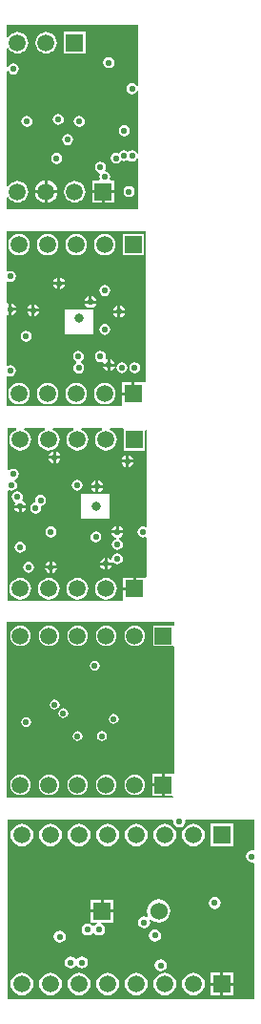
<source format=gbr>
%TF.GenerationSoftware,Altium Limited,Altium Designer,22.6.1 (34)*%
G04 Layer_Physical_Order=2*
G04 Layer_Color=36540*
%FSLAX45Y45*%
%MOMM*%
%TF.SameCoordinates,41C29604-6FBD-4392-AD62-CF0DA8D1722B*%
%TF.FilePolarity,Positive*%
%TF.FileFunction,Copper,L2,Inr,Signal*%
%TF.Part,CustomerPanel*%
G01*
G75*
%TA.AperFunction,ComponentPad*%
%ADD25R,1.50000X1.50000*%
%ADD26C,1.50000*%
%ADD27C,0.80000*%
%TA.AperFunction,ViaPad*%
%ADD28C,0.55880*%
%ADD29C,0.63500*%
%TA.AperFunction,ComponentPad*%
%ADD30C,1.52400*%
%ADD31R,1.52400X1.52400*%
G36*
X1035886Y7958241D02*
X1024139Y7955040D01*
X1023186Y7955230D01*
X1012853Y7970693D01*
X996890Y7981360D01*
X978060Y7985105D01*
X959230Y7981360D01*
X943267Y7970693D01*
X932600Y7954730D01*
X928855Y7935900D01*
X932600Y7917070D01*
X943267Y7901107D01*
X959230Y7890440D01*
X978060Y7886695D01*
X996890Y7890440D01*
X1012853Y7901107D01*
X1023186Y7916570D01*
X1024139Y7916760D01*
X1035886Y7913559D01*
Y7362173D01*
X1024139Y7358972D01*
X1023186Y7359162D01*
X1012853Y7374625D01*
X996890Y7385292D01*
X978060Y7389037D01*
X959230Y7385292D01*
X943267Y7374625D01*
X932494Y7381363D01*
X925772Y7385855D01*
X906942Y7389600D01*
X888112Y7385855D01*
X872149Y7375188D01*
X862689Y7361031D01*
X856345Y7365270D01*
X837515Y7369015D01*
X818685Y7365270D01*
X802722Y7354604D01*
X792055Y7338640D01*
X788310Y7319810D01*
X792055Y7300980D01*
X802722Y7285017D01*
X818685Y7274350D01*
X837515Y7270605D01*
X856345Y7274350D01*
X872309Y7285017D01*
X881768Y7299174D01*
X888112Y7294935D01*
X906942Y7291190D01*
X925772Y7294935D01*
X931974Y7299079D01*
X943267Y7305038D01*
X959230Y7294372D01*
X978060Y7290627D01*
X996890Y7294372D01*
X1012853Y7305038D01*
X1023186Y7320502D01*
X1024139Y7320691D01*
X1035886Y7317491D01*
Y6863514D01*
X-134186D01*
Y6972802D01*
X-121486Y6975329D01*
X-121362Y6975029D01*
X-106083Y6955117D01*
X-86171Y6939838D01*
X-62983Y6930234D01*
X-38100Y6926958D01*
X-13217Y6930234D01*
X9971Y6939838D01*
X29883Y6955117D01*
X45162Y6975029D01*
X54766Y6998217D01*
X58042Y7023100D01*
X54766Y7047983D01*
X45162Y7071171D01*
X29883Y7091083D01*
X9971Y7106362D01*
X-13217Y7115966D01*
X-38100Y7119242D01*
X-62983Y7115966D01*
X-86171Y7106362D01*
X-106083Y7091083D01*
X-121362Y7071171D01*
X-121486Y7070871D01*
X-134186Y7073398D01*
Y8089496D01*
X-121660Y8091622D01*
X-110993Y8075659D01*
X-95030Y8064992D01*
X-76200Y8061247D01*
X-57370Y8064992D01*
X-41407Y8075659D01*
X-30740Y8091622D01*
X-26995Y8110452D01*
X-30740Y8129282D01*
X-41407Y8145246D01*
X-57370Y8155912D01*
X-76200Y8159658D01*
X-95030Y8155912D01*
X-110993Y8145246D01*
X-121660Y8129282D01*
X-134186Y8131408D01*
Y8293602D01*
X-121486Y8296129D01*
X-121362Y8295829D01*
X-106083Y8275917D01*
X-86171Y8260638D01*
X-62983Y8251034D01*
X-38100Y8247758D01*
X-13217Y8251034D01*
X9971Y8260638D01*
X29883Y8275917D01*
X45162Y8295829D01*
X54766Y8319017D01*
X58042Y8343900D01*
X54766Y8368783D01*
X45162Y8391971D01*
X29883Y8411883D01*
X9971Y8427162D01*
X-13217Y8436766D01*
X-38100Y8440042D01*
X-62983Y8436766D01*
X-86171Y8427162D01*
X-106083Y8411883D01*
X-121362Y8391971D01*
X-121486Y8391671D01*
X-134186Y8394198D01*
Y8503486D01*
X1035886D01*
Y7958241D01*
D02*
G37*
G36*
X1099386Y5342026D02*
X1091000Y5332800D01*
X1086686Y5332800D01*
X1003300D01*
Y5232400D01*
X990600D01*
Y5219700D01*
X890200D01*
Y5136314D01*
X890200Y5132000D01*
X880974Y5123614D01*
X-134186D01*
Y5384690D01*
X-122985Y5390677D01*
X-120430Y5388970D01*
X-101600Y5385224D01*
X-82770Y5388970D01*
X-66807Y5399636D01*
X-56140Y5415600D01*
X-52395Y5434430D01*
X-56140Y5453260D01*
X-66807Y5469223D01*
X-82770Y5479889D01*
X-101600Y5483635D01*
X-120430Y5479889D01*
X-122985Y5478182D01*
X-134186Y5484169D01*
Y5923141D01*
X-121486Y5929832D01*
X-115645Y5928671D01*
Y5980530D01*
Y6032388D01*
X-121486Y6031227D01*
X-134186Y6037918D01*
Y6220865D01*
X-122985Y6226852D01*
X-120430Y6225145D01*
X-101600Y6221399D01*
X-82770Y6225145D01*
X-66807Y6235811D01*
X-56140Y6251775D01*
X-52395Y6270605D01*
X-56140Y6289435D01*
X-66807Y6305398D01*
X-82770Y6316065D01*
X-101600Y6319810D01*
X-120430Y6316065D01*
X-122985Y6314357D01*
X-134186Y6320344D01*
Y6674686D01*
X1099386D01*
Y5342026D01*
D02*
G37*
G36*
X905318Y4918658D02*
X905318Y4912239D01*
Y4728019D01*
X1095958D01*
Y4905031D01*
X1108375Y4912497D01*
X1108658Y4912503D01*
X1109424Y4912077D01*
Y4057104D01*
X1098223Y4051117D01*
X1095668Y4052824D01*
X1076838Y4056570D01*
X1058008Y4052824D01*
X1042045Y4042158D01*
X1031378Y4026194D01*
X1027633Y4007364D01*
X1031378Y3988534D01*
X1042045Y3972571D01*
X1058008Y3961904D01*
X1076838Y3958159D01*
X1095668Y3961904D01*
X1098223Y3963612D01*
X1109424Y3957625D01*
Y3612165D01*
X1101038Y3602939D01*
X1096724Y3602939D01*
X1013338D01*
Y3502539D01*
X1000638D01*
Y3489839D01*
X900238D01*
Y3406453D01*
X900238Y3402139D01*
X891012Y3393753D01*
X-124148D01*
Y4369701D01*
X-112947Y4375687D01*
X-110392Y4373980D01*
X-91562Y4370235D01*
X-72732Y4373980D01*
X-56769Y4384647D01*
X-46103Y4400610D01*
X-42357Y4419440D01*
X-46103Y4438270D01*
X-56769Y4454234D01*
X-64016Y4459076D01*
X-61334Y4472558D01*
X-59229Y4472977D01*
X-43266Y4483644D01*
X-32599Y4499607D01*
X-28854Y4518437D01*
X-32599Y4537267D01*
X-43266Y4553231D01*
X-59229Y4563897D01*
X-78059Y4567643D01*
X-96889Y4563897D01*
X-111448Y4554169D01*
X-117685Y4555779D01*
X-124148Y4559186D01*
Y4924939D01*
X-52347D01*
X-49821Y4912239D01*
X-63433Y4906601D01*
X-83345Y4891322D01*
X-98624Y4871410D01*
X-108228Y4848222D01*
X-111504Y4823339D01*
X-108228Y4798455D01*
X-98624Y4775268D01*
X-83345Y4755356D01*
X-63433Y4740077D01*
X-40245Y4730473D01*
X-15362Y4727197D01*
X9521Y4730473D01*
X32709Y4740077D01*
X52621Y4755356D01*
X67900Y4775268D01*
X77504Y4798455D01*
X80780Y4823339D01*
X77504Y4848222D01*
X67900Y4871410D01*
X52621Y4891322D01*
X32709Y4906601D01*
X19097Y4912239D01*
X21623Y4924939D01*
X201653D01*
X204179Y4912239D01*
X190567Y4906601D01*
X170655Y4891322D01*
X155376Y4871410D01*
X145772Y4848222D01*
X142496Y4823339D01*
X145772Y4798455D01*
X155376Y4775268D01*
X170655Y4755356D01*
X190567Y4740077D01*
X213755Y4730473D01*
X238638Y4727197D01*
X255518Y4729419D01*
X263521Y4730472D01*
X267745Y4719237D01*
X260600Y4714462D01*
X250103Y4707448D01*
X238313Y4689804D01*
X236700Y4681692D01*
X275858D01*
Y4720851D01*
X271282Y4719941D01*
X267578Y4732153D01*
X275102Y4735270D01*
X286709Y4740077D01*
X306621Y4755356D01*
X321900Y4775268D01*
X331504Y4798455D01*
X334780Y4823339D01*
X331504Y4848222D01*
X321900Y4871410D01*
X306621Y4891322D01*
X286709Y4906601D01*
X273097Y4912239D01*
X275623Y4924939D01*
X455653D01*
X458179Y4912239D01*
X444567Y4906601D01*
X424655Y4891322D01*
X409376Y4871410D01*
X399772Y4848222D01*
X396496Y4823339D01*
X399772Y4798455D01*
X409376Y4775268D01*
X424655Y4755356D01*
X444567Y4740077D01*
X467755Y4730473D01*
X492638Y4727197D01*
X517521Y4730473D01*
X540709Y4740077D01*
X560621Y4755356D01*
X575900Y4775268D01*
X585504Y4798455D01*
X588780Y4823339D01*
X585504Y4848222D01*
X575900Y4871410D01*
X560621Y4891322D01*
X540709Y4906601D01*
X527097Y4912239D01*
X529623Y4924939D01*
X709653D01*
X712179Y4912239D01*
X698567Y4906601D01*
X678655Y4891322D01*
X663376Y4871410D01*
X653772Y4848222D01*
X650496Y4823339D01*
X653772Y4798455D01*
X663376Y4775268D01*
X678655Y4755356D01*
X698567Y4740077D01*
X721755Y4730473D01*
X746638Y4727197D01*
X771521Y4730473D01*
X794709Y4740077D01*
X814621Y4755356D01*
X829900Y4775268D01*
X839504Y4798455D01*
X842780Y4823339D01*
X839504Y4848222D01*
X829900Y4871410D01*
X814621Y4891322D01*
X794709Y4906601D01*
X781097Y4912239D01*
X783623Y4924939D01*
X895219D01*
X905318Y4918658D01*
D02*
G37*
G36*
X1358565Y3180382D02*
X1347540Y3176340D01*
X1345865Y3176340D01*
X1167060D01*
Y2995860D01*
X1345865D01*
X1347540Y2995860D01*
X1358565Y2991818D01*
Y1878041D01*
X1357700Y1865700D01*
X1345865Y1865700D01*
X1270000D01*
Y1765300D01*
Y1664900D01*
X1341292Y1664900D01*
X1346861Y1652200D01*
X1346064Y1651335D01*
X-139365D01*
Y3212765D01*
X1358565Y3212765D01*
Y3180382D01*
D02*
G37*
G36*
X2069353Y1192091D02*
X2056653Y1182308D01*
X2044700Y1184686D01*
X2023888Y1180546D01*
X2006244Y1168757D01*
X1994455Y1151113D01*
X1990315Y1130301D01*
X1994455Y1109489D01*
X2006244Y1091845D01*
X2023888Y1080056D01*
X2044700Y1075916D01*
X2056653Y1078294D01*
X2069353Y1068511D01*
Y-138952D01*
X-126253Y-138953D01*
Y1459754D01*
X1338021Y1459755D01*
X1346078Y1449937D01*
X1344643Y1442721D01*
X1348783Y1421909D01*
X1360572Y1404265D01*
X1378216Y1392475D01*
X1399028Y1388336D01*
X1419840Y1392475D01*
X1437484Y1404265D01*
X1449273Y1421909D01*
X1453413Y1442721D01*
X1451978Y1449937D01*
X1460034Y1459755D01*
X2069353D01*
Y1192091D01*
D02*
G37*
%LPC*%
G36*
X565220Y8439220D02*
X374580D01*
Y8248580D01*
X565220D01*
Y8439220D01*
D02*
G37*
G36*
X215900Y8440042D02*
X191017Y8436766D01*
X167829Y8427162D01*
X147917Y8411883D01*
X132638Y8391971D01*
X123034Y8368783D01*
X119758Y8343900D01*
X123034Y8319017D01*
X132638Y8295829D01*
X147917Y8275917D01*
X167829Y8260638D01*
X191017Y8251034D01*
X215900Y8247758D01*
X240783Y8251034D01*
X263971Y8260638D01*
X283883Y8275917D01*
X299162Y8295829D01*
X308766Y8319017D01*
X312042Y8343900D01*
X308766Y8368783D01*
X299162Y8391971D01*
X283883Y8411883D01*
X263971Y8427162D01*
X240783Y8436766D01*
X215900Y8440042D01*
D02*
G37*
G36*
X773100Y8215305D02*
X754270Y8211560D01*
X738307Y8200893D01*
X727640Y8184930D01*
X723895Y8166100D01*
X727640Y8147270D01*
X738307Y8131307D01*
X754270Y8120640D01*
X773100Y8116895D01*
X791930Y8120640D01*
X807893Y8131307D01*
X818560Y8147270D01*
X822305Y8166100D01*
X818560Y8184930D01*
X807893Y8200893D01*
X791930Y8211560D01*
X773100Y8215305D01*
D02*
G37*
G36*
X323060Y7712505D02*
X304230Y7708760D01*
X288267Y7698093D01*
X277600Y7682130D01*
X273855Y7663300D01*
X277600Y7644470D01*
X288267Y7628506D01*
X304230Y7617840D01*
X323060Y7614095D01*
X341890Y7617840D01*
X357853Y7628506D01*
X368520Y7644470D01*
X372265Y7663300D01*
X368520Y7682130D01*
X357853Y7698093D01*
X341890Y7708760D01*
X323060Y7712505D01*
D02*
G37*
G36*
X510540Y7694505D02*
X491710Y7690760D01*
X475747Y7680093D01*
X465080Y7664130D01*
X461335Y7645300D01*
X465080Y7626470D01*
X475747Y7610506D01*
X491710Y7599840D01*
X510540Y7596095D01*
X529370Y7599840D01*
X545333Y7610506D01*
X556000Y7626470D01*
X559745Y7645300D01*
X556000Y7664130D01*
X545333Y7680093D01*
X529370Y7690760D01*
X510540Y7694505D01*
D02*
G37*
G36*
X44700D02*
X25870Y7690760D01*
X9907Y7680093D01*
X-760Y7664130D01*
X-4505Y7645300D01*
X-760Y7626470D01*
X9907Y7610506D01*
X25870Y7599840D01*
X44700Y7596095D01*
X63530Y7599840D01*
X79494Y7610506D01*
X90160Y7626470D01*
X93906Y7645300D01*
X90160Y7664130D01*
X79494Y7680093D01*
X63530Y7690760D01*
X44700Y7694505D01*
D02*
G37*
G36*
X909292Y7612195D02*
X890462Y7608450D01*
X874498Y7597783D01*
X863832Y7581820D01*
X860086Y7562990D01*
X863832Y7544160D01*
X874498Y7528197D01*
X890462Y7517530D01*
X909292Y7513785D01*
X928122Y7517530D01*
X944085Y7528197D01*
X954751Y7544160D01*
X958497Y7562990D01*
X954751Y7581820D01*
X944085Y7597783D01*
X928122Y7608450D01*
X909292Y7612195D01*
D02*
G37*
G36*
X405896Y7532877D02*
X387066Y7529132D01*
X371102Y7518466D01*
X360436Y7502502D01*
X356690Y7483672D01*
X360436Y7464842D01*
X371102Y7448879D01*
X387066Y7438212D01*
X405896Y7434467D01*
X424726Y7438212D01*
X440689Y7448879D01*
X451355Y7464842D01*
X455101Y7483672D01*
X451355Y7502502D01*
X440689Y7518466D01*
X424726Y7529132D01*
X405896Y7532877D01*
D02*
G37*
G36*
X308880Y7367316D02*
X290050Y7363570D01*
X274086Y7352904D01*
X263420Y7336940D01*
X259674Y7318110D01*
X263420Y7299280D01*
X274086Y7283317D01*
X290050Y7272650D01*
X308880Y7268905D01*
X327710Y7272650D01*
X343673Y7283317D01*
X354340Y7299280D01*
X358085Y7318110D01*
X354340Y7336940D01*
X343673Y7352904D01*
X327710Y7363570D01*
X308880Y7367316D01*
D02*
G37*
G36*
X228600Y7122694D02*
Y7035800D01*
X315494D01*
X313716Y7049310D01*
X303599Y7073733D01*
X287506Y7094706D01*
X266533Y7110799D01*
X242110Y7120916D01*
X228600Y7122694D01*
D02*
G37*
G36*
X203200D02*
X189690Y7120916D01*
X165267Y7110799D01*
X144294Y7094706D01*
X128201Y7073733D01*
X118084Y7049310D01*
X116306Y7035800D01*
X203200D01*
Y7122694D01*
D02*
G37*
G36*
X698500Y7288205D02*
X679670Y7284460D01*
X663707Y7273793D01*
X653040Y7257830D01*
X649295Y7239000D01*
X653040Y7220170D01*
X663707Y7204207D01*
X679670Y7193540D01*
X689411Y7191603D01*
X695256Y7177491D01*
X691140Y7171331D01*
X687395Y7152501D01*
X690637Y7136200D01*
X683825Y7123500D01*
X623500D01*
Y7035800D01*
X723900D01*
X824300D01*
Y7123500D01*
X789375D01*
X782563Y7136200D01*
X785805Y7152501D01*
X782060Y7171331D01*
X771393Y7187295D01*
X755430Y7197961D01*
X745689Y7199899D01*
X739844Y7214010D01*
X743960Y7220170D01*
X747705Y7239000D01*
X743960Y7257830D01*
X733293Y7273793D01*
X717330Y7284460D01*
X698500Y7288205D01*
D02*
G37*
G36*
X952500Y7072305D02*
X933670Y7068560D01*
X917707Y7057893D01*
X907040Y7041930D01*
X903295Y7023100D01*
X907040Y7004270D01*
X917707Y6988307D01*
X933670Y6977640D01*
X952500Y6973895D01*
X971330Y6977640D01*
X987293Y6988307D01*
X997960Y7004270D01*
X1001705Y7023100D01*
X997960Y7041930D01*
X987293Y7057893D01*
X971330Y7068560D01*
X952500Y7072305D01*
D02*
G37*
G36*
X469900Y7119242D02*
X445017Y7115966D01*
X421829Y7106362D01*
X401917Y7091083D01*
X386638Y7071171D01*
X377034Y7047983D01*
X373758Y7023100D01*
X377034Y6998217D01*
X386638Y6975029D01*
X401917Y6955117D01*
X421829Y6939838D01*
X445017Y6930234D01*
X469900Y6926958D01*
X494783Y6930234D01*
X517971Y6939838D01*
X537883Y6955117D01*
X553162Y6975029D01*
X562766Y6998217D01*
X566042Y7023100D01*
X562766Y7047983D01*
X553162Y7071171D01*
X537883Y7091083D01*
X517971Y7106362D01*
X494783Y7115966D01*
X469900Y7119242D01*
D02*
G37*
G36*
X315494Y7010400D02*
X228600D01*
Y6923506D01*
X242110Y6925284D01*
X266533Y6935401D01*
X287506Y6951494D01*
X303599Y6972467D01*
X313716Y6996890D01*
X315494Y7010400D01*
D02*
G37*
G36*
X203200D02*
X116306D01*
X118084Y6996890D01*
X128201Y6972467D01*
X144294Y6951494D01*
X165267Y6935401D01*
X189690Y6925284D01*
X203200Y6923506D01*
Y7010400D01*
D02*
G37*
G36*
X824300D02*
X736600D01*
Y6922700D01*
X824300D01*
Y7010400D01*
D02*
G37*
G36*
X711200D02*
X623500D01*
Y6922700D01*
X711200D01*
Y7010400D01*
D02*
G37*
G36*
X1085920Y6648520D02*
X895280D01*
Y6457880D01*
X1085920D01*
Y6648520D01*
D02*
G37*
G36*
X736600Y6649342D02*
X711717Y6646066D01*
X688529Y6636462D01*
X668617Y6621183D01*
X653338Y6601271D01*
X643734Y6578083D01*
X640458Y6553200D01*
X643734Y6528317D01*
X653338Y6505129D01*
X668617Y6485217D01*
X688529Y6469938D01*
X711717Y6460334D01*
X736600Y6457058D01*
X761483Y6460334D01*
X784671Y6469938D01*
X804583Y6485217D01*
X819862Y6505129D01*
X829466Y6528317D01*
X832742Y6553200D01*
X829466Y6578083D01*
X819862Y6601271D01*
X804583Y6621183D01*
X784671Y6636462D01*
X761483Y6646066D01*
X736600Y6649342D01*
D02*
G37*
G36*
X482600D02*
X457717Y6646066D01*
X434529Y6636462D01*
X414617Y6621183D01*
X399338Y6601271D01*
X389734Y6578083D01*
X386458Y6553200D01*
X389734Y6528317D01*
X399338Y6505129D01*
X414617Y6485217D01*
X434529Y6469938D01*
X457717Y6460334D01*
X482600Y6457058D01*
X507483Y6460334D01*
X530671Y6469938D01*
X550583Y6485217D01*
X565862Y6505129D01*
X575466Y6528317D01*
X578742Y6553200D01*
X575466Y6578083D01*
X565862Y6601271D01*
X550583Y6621183D01*
X530671Y6636462D01*
X507483Y6646066D01*
X482600Y6649342D01*
D02*
G37*
G36*
X228600D02*
X203717Y6646066D01*
X180529Y6636462D01*
X160617Y6621183D01*
X145338Y6601271D01*
X135734Y6578083D01*
X132458Y6553200D01*
X135734Y6528317D01*
X145338Y6505129D01*
X160617Y6485217D01*
X180529Y6469938D01*
X203717Y6460334D01*
X228600Y6457058D01*
X253483Y6460334D01*
X276671Y6469938D01*
X296583Y6485217D01*
X311862Y6505129D01*
X321466Y6528317D01*
X324742Y6553200D01*
X321466Y6578083D01*
X311862Y6601271D01*
X296583Y6621183D01*
X276671Y6636462D01*
X253483Y6646066D01*
X228600Y6649342D01*
D02*
G37*
G36*
X-25400D02*
X-50283Y6646066D01*
X-73471Y6636462D01*
X-93383Y6621183D01*
X-108662Y6601271D01*
X-118266Y6578083D01*
X-121542Y6553200D01*
X-118266Y6528317D01*
X-108662Y6505129D01*
X-93383Y6485217D01*
X-73471Y6469938D01*
X-50283Y6460334D01*
X-25400Y6457058D01*
X-517Y6460334D01*
X22671Y6469938D01*
X42583Y6485217D01*
X57862Y6505129D01*
X67466Y6528317D01*
X70742Y6553200D01*
X67466Y6578083D01*
X57862Y6601271D01*
X42583Y6621183D01*
X22671Y6636462D01*
X-517Y6646066D01*
X-25400Y6649342D01*
D02*
G37*
G36*
X342900Y6262159D02*
Y6223000D01*
X382059D01*
X380445Y6231112D01*
X368656Y6248756D01*
X351012Y6260545D01*
X342900Y6262159D01*
D02*
G37*
G36*
X317500D02*
X309388Y6260545D01*
X291744Y6248756D01*
X279955Y6231112D01*
X278341Y6223000D01*
X317500D01*
Y6262159D01*
D02*
G37*
G36*
X382059Y6197600D02*
X342900D01*
Y6158441D01*
X351012Y6160055D01*
X368656Y6171844D01*
X380445Y6189488D01*
X382059Y6197600D01*
D02*
G37*
G36*
X317500D02*
X278341D01*
X279955Y6189488D01*
X291744Y6171844D01*
X309388Y6160055D01*
X317500Y6158441D01*
Y6197600D01*
D02*
G37*
G36*
X736600Y6194405D02*
X717770Y6190660D01*
X701807Y6179993D01*
X691140Y6164030D01*
X687395Y6145200D01*
X691140Y6126370D01*
X701807Y6110406D01*
X717770Y6099740D01*
X736600Y6095994D01*
X755430Y6099740D01*
X771393Y6110406D01*
X782060Y6126370D01*
X785805Y6145200D01*
X782060Y6164030D01*
X771393Y6179993D01*
X755430Y6190660D01*
X736600Y6194405D01*
D02*
G37*
G36*
X622300Y6097059D02*
Y6057900D01*
X661459D01*
X659845Y6066012D01*
X648056Y6083656D01*
X630412Y6095445D01*
X622300Y6097059D01*
D02*
G37*
G36*
X596900D02*
X588788Y6095445D01*
X571144Y6083656D01*
X559355Y6066012D01*
X557741Y6057900D01*
X596900D01*
Y6097059D01*
D02*
G37*
G36*
X-90245Y6032388D02*
Y5993230D01*
X-51086D01*
X-52700Y6001342D01*
X-64489Y6018985D01*
X-82133Y6030775D01*
X-90245Y6032388D01*
D02*
G37*
G36*
X113272Y6023813D02*
Y5984654D01*
X152430D01*
X150817Y5992766D01*
X139027Y6010410D01*
X121384Y6022199D01*
X113272Y6023813D01*
D02*
G37*
G36*
X87872D02*
X79759Y6022199D01*
X62116Y6010410D01*
X50326Y5992766D01*
X48713Y5984654D01*
X87872D01*
Y6023813D01*
D02*
G37*
G36*
X876300Y6010484D02*
Y5971325D01*
X915459D01*
X913845Y5979437D01*
X902056Y5997081D01*
X884412Y6008870D01*
X876300Y6010484D01*
D02*
G37*
G36*
X850900D02*
X842788Y6008870D01*
X825144Y5997081D01*
X813355Y5979437D01*
X811741Y5971325D01*
X850900D01*
Y6010484D01*
D02*
G37*
G36*
X-51086Y5967830D02*
X-90245D01*
Y5928671D01*
X-82133Y5930284D01*
X-64489Y5942074D01*
X-52700Y5959717D01*
X-51086Y5967830D01*
D02*
G37*
G36*
X152430Y5959254D02*
X113272D01*
Y5920095D01*
X121384Y5921709D01*
X139027Y5933498D01*
X150817Y5951142D01*
X152430Y5959254D01*
D02*
G37*
G36*
X87872D02*
X48713D01*
X50326Y5951142D01*
X62116Y5933498D01*
X79759Y5921709D01*
X87872Y5920095D01*
Y5959254D01*
D02*
G37*
G36*
X915459Y5945925D02*
X876300D01*
Y5906766D01*
X884412Y5908380D01*
X902056Y5920169D01*
X913845Y5937813D01*
X915459Y5945925D01*
D02*
G37*
G36*
X850900D02*
X811741D01*
X813355Y5937813D01*
X825144Y5920169D01*
X842788Y5908380D01*
X850900Y5906766D01*
Y5945925D01*
D02*
G37*
G36*
X661459Y6032500D02*
X557741D01*
X559355Y6024388D01*
X571144Y6006744D01*
X588788Y5994955D01*
X607537Y5991225D01*
X606287Y5978525D01*
X382059Y5978525D01*
X382059Y5756275D01*
X637033Y5756274D01*
X635138Y5978525D01*
X612913D01*
X611663Y5991225D01*
X619336Y5992752D01*
X630412Y5994955D01*
X648056Y6006744D01*
X659845Y6024388D01*
X661459Y6032500D01*
D02*
G37*
G36*
X736498Y5851505D02*
X717668Y5847760D01*
X701705Y5837093D01*
X691038Y5821130D01*
X687293Y5802300D01*
X691038Y5783470D01*
X701705Y5767507D01*
X717668Y5756840D01*
X736498Y5753095D01*
X755328Y5756840D01*
X771292Y5767507D01*
X781958Y5783470D01*
X785704Y5802300D01*
X781958Y5821130D01*
X771292Y5837093D01*
X755328Y5847760D01*
X736498Y5851505D01*
D02*
G37*
G36*
X38100Y5789605D02*
X19270Y5785860D01*
X3307Y5775193D01*
X-7360Y5759230D01*
X-11105Y5740400D01*
X-7360Y5721570D01*
X3307Y5705607D01*
X19270Y5694940D01*
X38100Y5691195D01*
X56930Y5694940D01*
X72893Y5705607D01*
X83560Y5721570D01*
X87305Y5740400D01*
X83560Y5759230D01*
X72893Y5775193D01*
X56930Y5785860D01*
X38100Y5789605D01*
D02*
G37*
G36*
X787400Y5538259D02*
Y5499100D01*
X826559D01*
X824945Y5507212D01*
X813156Y5524856D01*
X795512Y5536645D01*
X787400Y5538259D01*
D02*
G37*
G36*
X698500Y5611006D02*
X679670Y5607260D01*
X663707Y5596594D01*
X653040Y5580630D01*
X649295Y5561800D01*
X653040Y5542970D01*
X663707Y5527007D01*
X679670Y5516340D01*
X698500Y5512595D01*
X714965Y5515870D01*
X721436Y5509967D01*
X724161Y5505736D01*
X722841Y5499100D01*
X762000D01*
Y5538259D01*
X754697Y5536806D01*
X751994Y5538358D01*
X744491Y5545641D01*
X747705Y5561800D01*
X743960Y5580630D01*
X733293Y5596594D01*
X717330Y5607260D01*
X698500Y5611006D01*
D02*
G37*
G36*
X826559Y5473700D02*
X787400D01*
Y5434541D01*
X795512Y5436155D01*
X813156Y5447944D01*
X824945Y5465588D01*
X826559Y5473700D01*
D02*
G37*
G36*
X762000D02*
X722841D01*
X724455Y5465588D01*
X736244Y5447944D01*
X753888Y5436155D01*
X762000Y5434541D01*
Y5473700D01*
D02*
G37*
G36*
X1003300Y5511005D02*
X984470Y5507260D01*
X968507Y5496594D01*
X957840Y5480630D01*
X954095Y5461800D01*
X957840Y5442970D01*
X968507Y5427007D01*
X984470Y5416340D01*
X1003300Y5412595D01*
X1022130Y5416340D01*
X1038093Y5427007D01*
X1048760Y5442970D01*
X1052505Y5461800D01*
X1048760Y5480630D01*
X1038093Y5496594D01*
X1022130Y5507260D01*
X1003300Y5511005D01*
D02*
G37*
G36*
X889000D02*
X870170Y5507260D01*
X854207Y5496594D01*
X843540Y5480630D01*
X839795Y5461800D01*
X843540Y5442970D01*
X854207Y5427007D01*
X870170Y5416340D01*
X889000Y5412595D01*
X907830Y5416340D01*
X923793Y5427007D01*
X934460Y5442970D01*
X938205Y5461800D01*
X934460Y5480630D01*
X923793Y5496594D01*
X907830Y5507260D01*
X889000Y5511005D01*
D02*
G37*
G36*
X502608Y5611805D02*
X483778Y5608060D01*
X467815Y5597393D01*
X457148Y5581430D01*
X453403Y5562600D01*
X457148Y5543770D01*
X467815Y5527807D01*
X482913Y5517718D01*
X483780Y5514576D01*
X483787Y5504189D01*
X470236Y5495135D01*
X459569Y5479172D01*
X455824Y5460342D01*
X459569Y5441512D01*
X470236Y5425548D01*
X486199Y5414882D01*
X505029Y5411136D01*
X523859Y5414882D01*
X539823Y5425548D01*
X550489Y5441512D01*
X554235Y5460342D01*
X550489Y5479172D01*
X539823Y5495135D01*
X524724Y5505224D01*
X523858Y5508365D01*
X523851Y5518752D01*
X537402Y5527807D01*
X548068Y5543770D01*
X551813Y5562600D01*
X548068Y5581430D01*
X537402Y5597393D01*
X521438Y5608060D01*
X502608Y5611805D01*
D02*
G37*
G36*
X977900Y5332800D02*
X890200D01*
Y5245100D01*
X977900D01*
Y5332800D01*
D02*
G37*
G36*
X736600Y5328542D02*
X711717Y5325266D01*
X688529Y5315662D01*
X668617Y5300383D01*
X653338Y5280471D01*
X643734Y5257283D01*
X640458Y5232400D01*
X643734Y5207517D01*
X653338Y5184329D01*
X668617Y5164417D01*
X688529Y5149138D01*
X711717Y5139534D01*
X736600Y5136258D01*
X761483Y5139534D01*
X784671Y5149138D01*
X804583Y5164417D01*
X819862Y5184329D01*
X829466Y5207517D01*
X832742Y5232400D01*
X829466Y5257283D01*
X819862Y5280471D01*
X804583Y5300383D01*
X784671Y5315662D01*
X761483Y5325266D01*
X736600Y5328542D01*
D02*
G37*
G36*
X482600D02*
X457717Y5325266D01*
X434529Y5315662D01*
X414617Y5300383D01*
X399338Y5280471D01*
X389734Y5257283D01*
X386458Y5232400D01*
X389734Y5207517D01*
X399338Y5184329D01*
X414617Y5164417D01*
X434529Y5149138D01*
X457717Y5139534D01*
X482600Y5136258D01*
X507483Y5139534D01*
X530671Y5149138D01*
X550583Y5164417D01*
X565862Y5184329D01*
X575466Y5207517D01*
X578742Y5232400D01*
X575466Y5257283D01*
X565862Y5280471D01*
X550583Y5300383D01*
X530671Y5315662D01*
X507483Y5325266D01*
X482600Y5328542D01*
D02*
G37*
G36*
X228600D02*
X203717Y5325266D01*
X180529Y5315662D01*
X160617Y5300383D01*
X145338Y5280471D01*
X135734Y5257283D01*
X132458Y5232400D01*
X135734Y5207517D01*
X145338Y5184329D01*
X160617Y5164417D01*
X180529Y5149138D01*
X203717Y5139534D01*
X228600Y5136258D01*
X253483Y5139534D01*
X276671Y5149138D01*
X296583Y5164417D01*
X311862Y5184329D01*
X321466Y5207517D01*
X324742Y5232400D01*
X321466Y5257283D01*
X311862Y5280471D01*
X296583Y5300383D01*
X276671Y5315662D01*
X253483Y5325266D01*
X228600Y5328542D01*
D02*
G37*
G36*
X-25400D02*
X-50283Y5325266D01*
X-73471Y5315662D01*
X-93383Y5300383D01*
X-108662Y5280471D01*
X-118266Y5257283D01*
X-121542Y5232400D01*
X-118266Y5207517D01*
X-108662Y5184329D01*
X-93383Y5164417D01*
X-73471Y5149138D01*
X-50283Y5139534D01*
X-25400Y5136258D01*
X-517Y5139534D01*
X22671Y5149138D01*
X42583Y5164417D01*
X57862Y5184329D01*
X67466Y5207517D01*
X70742Y5232400D01*
X67466Y5257283D01*
X57862Y5280471D01*
X42583Y5300383D01*
X22671Y5315662D01*
X-517Y5325266D01*
X-25400Y5328542D01*
D02*
G37*
G36*
X301258Y4720851D02*
Y4681692D01*
X340417D01*
X338804Y4689804D01*
X327014Y4707448D01*
X309371Y4719237D01*
X301258Y4720851D01*
D02*
G37*
G36*
X950638Y4684698D02*
Y4645539D01*
X989797D01*
X988183Y4653651D01*
X976394Y4671295D01*
X958750Y4683084D01*
X950638Y4684698D01*
D02*
G37*
G36*
X925238D02*
X917126Y4683084D01*
X899482Y4671295D01*
X887693Y4653651D01*
X886079Y4645539D01*
X925238D01*
Y4684698D01*
D02*
G37*
G36*
X340417Y4656292D02*
X301258D01*
Y4617133D01*
X309371Y4618747D01*
X327014Y4630536D01*
X338804Y4648180D01*
X340417Y4656292D01*
D02*
G37*
G36*
X275858D02*
X236700D01*
X238313Y4648180D01*
X250103Y4630536D01*
X267746Y4618747D01*
X275858Y4617133D01*
Y4656292D01*
D02*
G37*
G36*
X989797Y4620139D02*
X950638D01*
Y4580980D01*
X958750Y4582594D01*
X976394Y4594383D01*
X988183Y4612027D01*
X989797Y4620139D01*
D02*
G37*
G36*
X925238D02*
X886079D01*
X887693Y4612027D01*
X899482Y4594383D01*
X917126Y4582594D01*
X925238Y4580980D01*
Y4620139D01*
D02*
G37*
G36*
X681359Y4463118D02*
Y4423959D01*
X720518D01*
X718904Y4432071D01*
X707115Y4449715D01*
X689471Y4461504D01*
X681359Y4463118D01*
D02*
G37*
G36*
X655959D02*
X647847Y4461504D01*
X630203Y4449715D01*
X618414Y4432071D01*
X616800Y4423959D01*
X655959D01*
Y4463118D01*
D02*
G37*
G36*
X491884Y4468646D02*
X473054Y4464900D01*
X457090Y4454234D01*
X446424Y4438270D01*
X442678Y4419440D01*
X446424Y4400610D01*
X457090Y4384647D01*
X473054Y4373980D01*
X491884Y4370235D01*
X510714Y4373980D01*
X526677Y4384647D01*
X537344Y4400610D01*
X541089Y4419440D01*
X537344Y4438270D01*
X526677Y4454234D01*
X510714Y4464900D01*
X491884Y4468646D01*
D02*
G37*
G36*
X720518Y4398559D02*
X681359D01*
Y4359400D01*
X689471Y4361014D01*
X707115Y4372803D01*
X718904Y4390447D01*
X720518Y4398559D01*
D02*
G37*
G36*
X655959D02*
X616800D01*
X618414Y4390447D01*
X630203Y4372803D01*
X647847Y4361014D01*
X655959Y4359400D01*
Y4398559D01*
D02*
G37*
G36*
X-40762Y4368641D02*
X-59592Y4364895D01*
X-75555Y4354229D01*
X-86222Y4338265D01*
X-89967Y4319435D01*
X-86222Y4300605D01*
X-75555Y4284642D01*
X-64194Y4277051D01*
X-59689Y4263587D01*
X-59713Y4261050D01*
X-65607Y4252229D01*
X-67221Y4244116D01*
X36497D01*
X34883Y4252229D01*
X23094Y4269872D01*
X5451Y4281662D01*
X1251Y4295446D01*
X4698Y4300605D01*
X8443Y4319435D01*
X4698Y4338265D01*
X-5968Y4354229D01*
X-21932Y4364895D01*
X-40762Y4368641D01*
D02*
G37*
G36*
X36497Y4218716D02*
X-2662D01*
Y4179558D01*
X5450Y4181171D01*
X23094Y4192961D01*
X34883Y4210604D01*
X36497Y4218716D01*
D02*
G37*
G36*
X-28062D02*
X-67221D01*
X-65607Y4210604D01*
X-53818Y4192961D01*
X-36174Y4181171D01*
X-28062Y4179558D01*
Y4218716D01*
D02*
G37*
G36*
X165458Y4335531D02*
X146628Y4331785D01*
X130665Y4321119D01*
X119998Y4305155D01*
X116253Y4286325D01*
X117533Y4279889D01*
X107580Y4264961D01*
X103865Y4264222D01*
X87902Y4253555D01*
X77235Y4237592D01*
X73490Y4218762D01*
X77235Y4199932D01*
X87902Y4183969D01*
X103865Y4173302D01*
X122695Y4169557D01*
X141525Y4173302D01*
X157489Y4183969D01*
X168155Y4199932D01*
X171901Y4218762D01*
X170620Y4225198D01*
X180573Y4240127D01*
X184288Y4240866D01*
X200252Y4251532D01*
X210918Y4267495D01*
X214664Y4286325D01*
X210918Y4305155D01*
X200252Y4321119D01*
X184288Y4331785D01*
X165458Y4335531D01*
D02*
G37*
G36*
X780176Y4342542D02*
X527097Y4342541D01*
X527097Y4120291D01*
X782071Y4120290D01*
X780176Y4342542D01*
D02*
G37*
G36*
X860938Y4059223D02*
Y4020064D01*
X900097D01*
X898483Y4028177D01*
X886694Y4045820D01*
X869050Y4057610D01*
X860938Y4059223D01*
D02*
G37*
G36*
X835538D02*
X827426Y4057610D01*
X809782Y4045820D01*
X797993Y4028177D01*
X796379Y4020064D01*
X835538D01*
Y4059223D01*
D02*
G37*
G36*
X257964Y4056570D02*
X239134Y4052824D01*
X223171Y4042158D01*
X212504Y4026194D01*
X208759Y4007364D01*
X212504Y3988534D01*
X223171Y3972571D01*
X239134Y3961904D01*
X257964Y3958159D01*
X276794Y3961904D01*
X292758Y3972571D01*
X303424Y3988534D01*
X307170Y4007364D01*
X303424Y4026194D01*
X292758Y4042158D01*
X276794Y4052824D01*
X257964Y4056570D01*
D02*
G37*
G36*
X657636Y4011123D02*
X638806Y4007378D01*
X622843Y3996711D01*
X612177Y3980748D01*
X608431Y3961918D01*
X612177Y3943088D01*
X622843Y3927124D01*
X638806Y3916458D01*
X657636Y3912713D01*
X676467Y3916458D01*
X692430Y3927124D01*
X703096Y3943088D01*
X706842Y3961918D01*
X703096Y3980748D01*
X692430Y3996711D01*
X676467Y4007378D01*
X657636Y4011123D01*
D02*
G37*
G36*
X900097Y3994664D02*
X796379D01*
X797993Y3986552D01*
X809782Y3968908D01*
X827426Y3957119D01*
X834630Y3955686D01*
Y3942737D01*
X829408Y3941699D01*
X813445Y3931032D01*
X802778Y3915069D01*
X799033Y3896239D01*
X802778Y3877409D01*
X813445Y3861445D01*
X829408Y3850779D01*
X848238Y3847033D01*
X867068Y3850779D01*
X883032Y3861445D01*
X893698Y3877409D01*
X897443Y3896239D01*
X893698Y3915069D01*
X883032Y3931032D01*
X867068Y3941699D01*
X861847Y3942737D01*
Y3955686D01*
X869050Y3957119D01*
X886694Y3968908D01*
X898483Y3986552D01*
X900097Y3994664D01*
D02*
G37*
G36*
X-15362Y3920146D02*
X-34192Y3916400D01*
X-50155Y3905734D01*
X-60822Y3889770D01*
X-64567Y3870940D01*
X-60822Y3852110D01*
X-50155Y3836147D01*
X-34192Y3825481D01*
X-15362Y3821735D01*
X3468Y3825481D01*
X19432Y3836147D01*
X30098Y3852110D01*
X33843Y3870940D01*
X30098Y3889770D01*
X19432Y3905734D01*
X3468Y3916400D01*
X-15362Y3920146D01*
D02*
G37*
G36*
X848238Y3818444D02*
X829408Y3814699D01*
X813445Y3804032D01*
X802778Y3788069D01*
X799033Y3769239D01*
X800746Y3760624D01*
X788783Y3755668D01*
X785094Y3761190D01*
X767450Y3772979D01*
X759338Y3774593D01*
Y3735434D01*
X803993D01*
X810878Y3738286D01*
X813445Y3734445D01*
X829408Y3723779D01*
X848238Y3720033D01*
X867068Y3723779D01*
X883032Y3734445D01*
X893698Y3750409D01*
X897443Y3769239D01*
X893698Y3788069D01*
X883032Y3804032D01*
X867068Y3814699D01*
X848238Y3818444D01*
D02*
G37*
G36*
X733938Y3774593D02*
X725826Y3772979D01*
X708182Y3761190D01*
X696393Y3743546D01*
X694779Y3735434D01*
X733938D01*
Y3774593D01*
D02*
G37*
G36*
X270664Y3745695D02*
Y3706536D01*
X309823D01*
X308209Y3714649D01*
X296420Y3732292D01*
X278776Y3744082D01*
X270664Y3745695D01*
D02*
G37*
G36*
X245264D02*
X237152Y3744082D01*
X219508Y3732292D01*
X207719Y3714649D01*
X206105Y3706536D01*
X245264D01*
Y3745695D01*
D02*
G37*
G36*
X798497Y3710034D02*
X759338D01*
Y3670875D01*
X767450Y3672488D01*
X785094Y3684278D01*
X796883Y3701921D01*
X798497Y3710034D01*
D02*
G37*
G36*
X733938D02*
X694779D01*
X696393Y3701921D01*
X708182Y3684278D01*
X725826Y3672488D01*
X733938Y3670875D01*
Y3710034D01*
D02*
G37*
G36*
X59338Y3743042D02*
X40508Y3739296D01*
X24545Y3728630D01*
X13878Y3712666D01*
X10133Y3693836D01*
X13878Y3675006D01*
X24545Y3659043D01*
X40508Y3648376D01*
X59338Y3644631D01*
X78168Y3648376D01*
X94131Y3659043D01*
X104798Y3675006D01*
X108543Y3693836D01*
X104798Y3712666D01*
X94131Y3728630D01*
X78168Y3739296D01*
X59338Y3743042D01*
D02*
G37*
G36*
X309823Y3681136D02*
X270664D01*
Y3641977D01*
X278776Y3643591D01*
X296420Y3655381D01*
X308209Y3673024D01*
X309823Y3681136D01*
D02*
G37*
G36*
X245264D02*
X206105D01*
X207719Y3673024D01*
X219508Y3655381D01*
X237152Y3643591D01*
X245264Y3641977D01*
Y3681136D01*
D02*
G37*
G36*
X987938Y3602939D02*
X900238D01*
Y3515239D01*
X987938D01*
Y3602939D01*
D02*
G37*
G36*
X746638Y3598681D02*
X721755Y3595405D01*
X698567Y3585801D01*
X678655Y3570522D01*
X663376Y3550610D01*
X653772Y3527422D01*
X650496Y3502539D01*
X653772Y3477655D01*
X663376Y3454468D01*
X678655Y3434556D01*
X698567Y3419277D01*
X721755Y3409673D01*
X746638Y3406397D01*
X771521Y3409673D01*
X794709Y3419277D01*
X814621Y3434556D01*
X829900Y3454468D01*
X839504Y3477655D01*
X842780Y3502539D01*
X839504Y3527422D01*
X829900Y3550610D01*
X814621Y3570522D01*
X794709Y3585801D01*
X771521Y3595405D01*
X746638Y3598681D01*
D02*
G37*
G36*
X492638D02*
X467755Y3595405D01*
X444567Y3585801D01*
X424655Y3570522D01*
X409376Y3550610D01*
X399772Y3527422D01*
X396496Y3502539D01*
X399772Y3477655D01*
X409376Y3454468D01*
X424655Y3434556D01*
X444567Y3419277D01*
X467755Y3409673D01*
X492638Y3406397D01*
X517521Y3409673D01*
X540709Y3419277D01*
X560621Y3434556D01*
X575900Y3454468D01*
X585504Y3477655D01*
X588780Y3502539D01*
X585504Y3527422D01*
X575900Y3550610D01*
X560621Y3570522D01*
X540709Y3585801D01*
X517521Y3595405D01*
X492638Y3598681D01*
D02*
G37*
G36*
X238638D02*
X213755Y3595405D01*
X190567Y3585801D01*
X170655Y3570522D01*
X155376Y3550610D01*
X145772Y3527422D01*
X142496Y3502539D01*
X145772Y3477655D01*
X155376Y3454468D01*
X170655Y3434556D01*
X190567Y3419277D01*
X213755Y3409673D01*
X238638Y3406397D01*
X263521Y3409673D01*
X286709Y3419277D01*
X306621Y3434556D01*
X321900Y3454468D01*
X331504Y3477655D01*
X334780Y3502539D01*
X331504Y3527422D01*
X321900Y3550610D01*
X306621Y3570522D01*
X286709Y3585801D01*
X263521Y3595405D01*
X238638Y3598681D01*
D02*
G37*
G36*
X-15362D02*
X-40245Y3595405D01*
X-63433Y3585801D01*
X-83345Y3570522D01*
X-98624Y3550610D01*
X-108228Y3527422D01*
X-111504Y3502539D01*
X-108228Y3477655D01*
X-98624Y3454468D01*
X-83345Y3434556D01*
X-63433Y3419277D01*
X-40245Y3409673D01*
X-15362Y3406397D01*
X9521Y3409673D01*
X32709Y3419277D01*
X52621Y3434556D01*
X67900Y3454468D01*
X77504Y3477655D01*
X80780Y3502539D01*
X77504Y3527422D01*
X67900Y3550610D01*
X52621Y3570522D01*
X32709Y3585801D01*
X9521Y3595405D01*
X-15362Y3598681D01*
D02*
G37*
G36*
X1003300Y3177119D02*
X979743Y3174017D01*
X957791Y3164924D01*
X938940Y3150460D01*
X924476Y3131609D01*
X915383Y3109657D01*
X912281Y3086100D01*
X915383Y3062543D01*
X924476Y3040591D01*
X938940Y3021740D01*
X957791Y3007276D01*
X979743Y2998183D01*
X1003300Y2995081D01*
X1026857Y2998183D01*
X1048809Y3007276D01*
X1067660Y3021740D01*
X1082124Y3040591D01*
X1091217Y3062543D01*
X1094319Y3086100D01*
X1091217Y3109657D01*
X1082124Y3131609D01*
X1067660Y3150460D01*
X1048809Y3164924D01*
X1026857Y3174017D01*
X1003300Y3177119D01*
D02*
G37*
G36*
X749300D02*
X725743Y3174017D01*
X703791Y3164924D01*
X684940Y3150460D01*
X670476Y3131609D01*
X661383Y3109657D01*
X658281Y3086100D01*
X661383Y3062543D01*
X670476Y3040591D01*
X684940Y3021740D01*
X703791Y3007276D01*
X725743Y2998183D01*
X749300Y2995081D01*
X772857Y2998183D01*
X794809Y3007276D01*
X813660Y3021740D01*
X828124Y3040591D01*
X837217Y3062543D01*
X840319Y3086100D01*
X837217Y3109657D01*
X828124Y3131609D01*
X813660Y3150460D01*
X794809Y3164924D01*
X772857Y3174017D01*
X749300Y3177119D01*
D02*
G37*
G36*
X495300D02*
X471743Y3174017D01*
X449791Y3164924D01*
X430940Y3150460D01*
X416476Y3131609D01*
X407383Y3109657D01*
X404281Y3086100D01*
X407383Y3062543D01*
X416476Y3040591D01*
X430940Y3021740D01*
X449791Y3007276D01*
X471743Y2998183D01*
X495300Y2995081D01*
X518857Y2998183D01*
X540809Y3007276D01*
X559660Y3021740D01*
X574124Y3040591D01*
X583217Y3062543D01*
X586319Y3086100D01*
X583217Y3109657D01*
X574124Y3131609D01*
X559660Y3150460D01*
X540809Y3164924D01*
X518857Y3174017D01*
X495300Y3177119D01*
D02*
G37*
G36*
X241300D02*
X217743Y3174017D01*
X195791Y3164924D01*
X176940Y3150460D01*
X162476Y3131609D01*
X153383Y3109657D01*
X150281Y3086100D01*
X153383Y3062543D01*
X162476Y3040591D01*
X176940Y3021740D01*
X195791Y3007276D01*
X217743Y2998183D01*
X241300Y2995081D01*
X264857Y2998183D01*
X286809Y3007276D01*
X305660Y3021740D01*
X320124Y3040591D01*
X329217Y3062543D01*
X332319Y3086100D01*
X329217Y3109657D01*
X320124Y3131609D01*
X305660Y3150460D01*
X286809Y3164924D01*
X264857Y3174017D01*
X241300Y3177119D01*
D02*
G37*
G36*
X-12700D02*
X-36257Y3174017D01*
X-58209Y3164924D01*
X-77060Y3150460D01*
X-91524Y3131609D01*
X-100617Y3109657D01*
X-103719Y3086100D01*
X-100617Y3062543D01*
X-91524Y3040591D01*
X-77060Y3021740D01*
X-58209Y3007276D01*
X-36257Y2998183D01*
X-12700Y2995081D01*
X10857Y2998183D01*
X32809Y3007276D01*
X51660Y3021740D01*
X66124Y3040591D01*
X75217Y3062543D01*
X78319Y3086100D01*
X75217Y3109657D01*
X66124Y3131609D01*
X51660Y3150460D01*
X32809Y3164924D01*
X10857Y3174017D01*
X-12700Y3177119D01*
D02*
G37*
G36*
X647700Y2863426D02*
X630852Y2860075D01*
X616569Y2850531D01*
X607025Y2836248D01*
X603674Y2819400D01*
X607025Y2802552D01*
X616569Y2788269D01*
X630852Y2778725D01*
X647700Y2775374D01*
X664548Y2778725D01*
X678831Y2788269D01*
X688375Y2802552D01*
X691726Y2819400D01*
X688375Y2836248D01*
X678831Y2850531D01*
X664548Y2860075D01*
X647700Y2863426D01*
D02*
G37*
G36*
X291661Y2520526D02*
X274813Y2517175D01*
X260530Y2507631D01*
X250987Y2493348D01*
X247635Y2476500D01*
X250987Y2459652D01*
X260530Y2445369D01*
X274813Y2435825D01*
X291661Y2432474D01*
X308509Y2435825D01*
X322792Y2445369D01*
X332336Y2459652D01*
X335687Y2476500D01*
X332336Y2493348D01*
X322792Y2507631D01*
X308509Y2517175D01*
X291661Y2520526D01*
D02*
G37*
G36*
X368300Y2444326D02*
X351452Y2440975D01*
X337169Y2431431D01*
X327625Y2417148D01*
X324274Y2400300D01*
X327625Y2383452D01*
X337169Y2369169D01*
X351452Y2359625D01*
X368300Y2356274D01*
X385148Y2359625D01*
X399431Y2369169D01*
X408975Y2383452D01*
X412326Y2400300D01*
X408975Y2417148D01*
X399431Y2431431D01*
X385148Y2440975D01*
X368300Y2444326D01*
D02*
G37*
G36*
X816807Y2393266D02*
X799959Y2389914D01*
X785676Y2380371D01*
X776133Y2366088D01*
X772781Y2349240D01*
X776133Y2332392D01*
X785676Y2318109D01*
X799959Y2308565D01*
X816807Y2305214D01*
X833655Y2308565D01*
X847938Y2318109D01*
X857482Y2332392D01*
X860833Y2349240D01*
X857482Y2366088D01*
X847938Y2380371D01*
X833655Y2389914D01*
X816807Y2393266D01*
D02*
G37*
G36*
X38100Y2366825D02*
X21252Y2363474D01*
X6969Y2353931D01*
X-2575Y2339648D01*
X-5926Y2322800D01*
X-2575Y2305951D01*
X6969Y2291669D01*
X21252Y2282125D01*
X38100Y2278774D01*
X54948Y2282125D01*
X69231Y2291669D01*
X78775Y2305951D01*
X82126Y2322800D01*
X78775Y2339648D01*
X69231Y2353931D01*
X54948Y2363474D01*
X38100Y2366825D01*
D02*
G37*
G36*
X711200Y2241126D02*
X694352Y2237775D01*
X680069Y2228231D01*
X670525Y2213948D01*
X667174Y2197100D01*
X670525Y2180252D01*
X680069Y2165969D01*
X694352Y2156425D01*
X711200Y2153074D01*
X728048Y2156425D01*
X742331Y2165969D01*
X751875Y2180252D01*
X755226Y2197100D01*
X751875Y2213948D01*
X742331Y2228231D01*
X728048Y2237775D01*
X711200Y2241126D01*
D02*
G37*
G36*
X495300D02*
X478452Y2237775D01*
X464169Y2228231D01*
X454625Y2213948D01*
X451274Y2197100D01*
X454625Y2180252D01*
X464169Y2165969D01*
X478452Y2156425D01*
X495300Y2153074D01*
X512148Y2156425D01*
X526431Y2165969D01*
X535975Y2180252D01*
X539326Y2197100D01*
X535975Y2213948D01*
X526431Y2228231D01*
X512148Y2237775D01*
X495300Y2241126D01*
D02*
G37*
G36*
X1244600Y1865700D02*
X1156900D01*
Y1778000D01*
X1244600D01*
Y1865700D01*
D02*
G37*
G36*
X1003300Y1856319D02*
X979743Y1853217D01*
X957791Y1844124D01*
X938940Y1829660D01*
X924476Y1810809D01*
X915383Y1788857D01*
X912281Y1765300D01*
X915383Y1741743D01*
X924476Y1719791D01*
X938940Y1700940D01*
X957791Y1686476D01*
X979743Y1677383D01*
X1003300Y1674281D01*
X1026857Y1677383D01*
X1048809Y1686476D01*
X1067660Y1700940D01*
X1082124Y1719791D01*
X1091217Y1741743D01*
X1094319Y1765300D01*
X1091217Y1788857D01*
X1082124Y1810809D01*
X1067660Y1829660D01*
X1048809Y1844124D01*
X1026857Y1853217D01*
X1003300Y1856319D01*
D02*
G37*
G36*
X749300D02*
X725743Y1853217D01*
X703791Y1844124D01*
X684940Y1829660D01*
X670476Y1810809D01*
X661383Y1788857D01*
X658281Y1765300D01*
X661383Y1741743D01*
X670476Y1719791D01*
X684940Y1700940D01*
X703791Y1686476D01*
X725743Y1677383D01*
X749300Y1674281D01*
X772857Y1677383D01*
X794809Y1686476D01*
X813660Y1700940D01*
X828124Y1719791D01*
X837217Y1741743D01*
X840319Y1765300D01*
X837217Y1788857D01*
X828124Y1810809D01*
X813660Y1829660D01*
X794809Y1844124D01*
X772857Y1853217D01*
X749300Y1856319D01*
D02*
G37*
G36*
X495300D02*
X471743Y1853217D01*
X449791Y1844124D01*
X430940Y1829660D01*
X416476Y1810809D01*
X407383Y1788857D01*
X404281Y1765300D01*
X407383Y1741743D01*
X416476Y1719791D01*
X430940Y1700940D01*
X449791Y1686476D01*
X471743Y1677383D01*
X495300Y1674281D01*
X518857Y1677383D01*
X540809Y1686476D01*
X559660Y1700940D01*
X574124Y1719791D01*
X583217Y1741743D01*
X586319Y1765300D01*
X583217Y1788857D01*
X574124Y1810809D01*
X559660Y1829660D01*
X540809Y1844124D01*
X518857Y1853217D01*
X495300Y1856319D01*
D02*
G37*
G36*
X241300D02*
X217743Y1853217D01*
X195791Y1844124D01*
X176940Y1829660D01*
X162476Y1810809D01*
X153383Y1788857D01*
X150281Y1765300D01*
X153383Y1741743D01*
X162476Y1719791D01*
X176940Y1700940D01*
X195791Y1686476D01*
X217743Y1677383D01*
X241300Y1674281D01*
X264857Y1677383D01*
X286809Y1686476D01*
X305660Y1700940D01*
X320124Y1719791D01*
X329217Y1741743D01*
X332319Y1765300D01*
X329217Y1788857D01*
X320124Y1810809D01*
X305660Y1829660D01*
X286809Y1844124D01*
X264857Y1853217D01*
X241300Y1856319D01*
D02*
G37*
G36*
X-12700D02*
X-36257Y1853217D01*
X-58209Y1844124D01*
X-77060Y1829660D01*
X-91524Y1810809D01*
X-100617Y1788857D01*
X-103719Y1765300D01*
X-100617Y1741743D01*
X-91524Y1719791D01*
X-77060Y1700940D01*
X-58209Y1686476D01*
X-36257Y1677383D01*
X-12700Y1674281D01*
X10857Y1677383D01*
X32809Y1686476D01*
X51660Y1700940D01*
X66124Y1719791D01*
X75217Y1741743D01*
X78319Y1765300D01*
X75217Y1788857D01*
X66124Y1810809D01*
X51660Y1829660D01*
X32809Y1844124D01*
X10857Y1853217D01*
X-12700Y1856319D01*
D02*
G37*
G36*
X1244600Y1752600D02*
X1156900D01*
Y1664900D01*
X1244600D01*
Y1752600D01*
D02*
G37*
G36*
X1878400Y1421201D02*
X1677600D01*
Y1220401D01*
X1878400D01*
Y1421201D01*
D02*
G37*
G36*
X1524000Y1422067D02*
X1497790Y1418617D01*
X1473367Y1408500D01*
X1452394Y1392407D01*
X1436301Y1371434D01*
X1426184Y1347011D01*
X1422734Y1320801D01*
X1426184Y1294591D01*
X1436301Y1270168D01*
X1452394Y1249195D01*
X1473367Y1233102D01*
X1497790Y1222985D01*
X1524000Y1219535D01*
X1550210Y1222985D01*
X1574633Y1233102D01*
X1595606Y1249195D01*
X1611699Y1270168D01*
X1621816Y1294591D01*
X1625266Y1320801D01*
X1621816Y1347011D01*
X1611699Y1371434D01*
X1595606Y1392407D01*
X1574633Y1408500D01*
X1550210Y1418617D01*
X1524000Y1422067D01*
D02*
G37*
G36*
X1270000D02*
X1243790Y1418617D01*
X1219367Y1408500D01*
X1198394Y1392407D01*
X1182301Y1371434D01*
X1172184Y1347011D01*
X1168734Y1320801D01*
X1172184Y1294591D01*
X1182301Y1270168D01*
X1198394Y1249195D01*
X1219367Y1233102D01*
X1243790Y1222985D01*
X1270000Y1219535D01*
X1296210Y1222985D01*
X1320633Y1233102D01*
X1341606Y1249195D01*
X1357699Y1270168D01*
X1367816Y1294591D01*
X1371266Y1320801D01*
X1367816Y1347011D01*
X1357699Y1371434D01*
X1341606Y1392407D01*
X1320633Y1408500D01*
X1296210Y1418617D01*
X1270000Y1422067D01*
D02*
G37*
G36*
X1016000D02*
X989790Y1418617D01*
X965367Y1408500D01*
X944394Y1392407D01*
X928301Y1371434D01*
X918184Y1347011D01*
X914734Y1320801D01*
X918184Y1294591D01*
X928301Y1270168D01*
X944394Y1249195D01*
X965367Y1233102D01*
X989790Y1222985D01*
X1016000Y1219535D01*
X1042210Y1222985D01*
X1066633Y1233102D01*
X1087606Y1249195D01*
X1103699Y1270168D01*
X1113816Y1294591D01*
X1117266Y1320801D01*
X1113816Y1347011D01*
X1103699Y1371434D01*
X1087606Y1392407D01*
X1066633Y1408500D01*
X1042210Y1418617D01*
X1016000Y1422067D01*
D02*
G37*
G36*
X762000D02*
X735790Y1418617D01*
X711367Y1408500D01*
X690394Y1392407D01*
X674301Y1371434D01*
X664184Y1347011D01*
X660734Y1320801D01*
X664184Y1294591D01*
X674301Y1270168D01*
X690394Y1249195D01*
X711367Y1233102D01*
X735790Y1222985D01*
X762000Y1219535D01*
X788210Y1222985D01*
X812633Y1233102D01*
X833606Y1249195D01*
X849699Y1270168D01*
X859816Y1294591D01*
X863266Y1320801D01*
X859816Y1347011D01*
X849699Y1371434D01*
X833606Y1392407D01*
X812633Y1408500D01*
X788210Y1418617D01*
X762000Y1422067D01*
D02*
G37*
G36*
X508000D02*
X481790Y1418617D01*
X457367Y1408500D01*
X436394Y1392407D01*
X420301Y1371434D01*
X410184Y1347011D01*
X406734Y1320801D01*
X410184Y1294591D01*
X420301Y1270168D01*
X436394Y1249195D01*
X457367Y1233102D01*
X481790Y1222985D01*
X508000Y1219535D01*
X534210Y1222985D01*
X558633Y1233102D01*
X579606Y1249195D01*
X595699Y1270168D01*
X605816Y1294591D01*
X609266Y1320801D01*
X605816Y1347011D01*
X595699Y1371434D01*
X579606Y1392407D01*
X558633Y1408500D01*
X534210Y1418617D01*
X508000Y1422067D01*
D02*
G37*
G36*
X254000D02*
X227790Y1418617D01*
X203367Y1408500D01*
X182394Y1392407D01*
X166301Y1371434D01*
X156184Y1347011D01*
X152734Y1320801D01*
X156184Y1294591D01*
X166301Y1270168D01*
X182394Y1249195D01*
X203367Y1233102D01*
X227790Y1222985D01*
X254000Y1219535D01*
X280210Y1222985D01*
X304633Y1233102D01*
X325606Y1249195D01*
X341699Y1270168D01*
X351816Y1294591D01*
X355266Y1320801D01*
X351816Y1347011D01*
X341699Y1371434D01*
X325606Y1392407D01*
X304633Y1408500D01*
X280210Y1418617D01*
X254000Y1422067D01*
D02*
G37*
G36*
X0D02*
X-26210Y1418617D01*
X-50633Y1408500D01*
X-71606Y1392407D01*
X-87699Y1371434D01*
X-97816Y1347011D01*
X-101266Y1320801D01*
X-97816Y1294591D01*
X-87699Y1270168D01*
X-71606Y1249195D01*
X-50633Y1233102D01*
X-26210Y1222985D01*
X0Y1219535D01*
X26210Y1222985D01*
X50633Y1233102D01*
X71606Y1249195D01*
X87699Y1270168D01*
X97816Y1294591D01*
X101266Y1320801D01*
X97816Y1347011D01*
X87699Y1371434D01*
X71606Y1392407D01*
X50633Y1408500D01*
X26210Y1418617D01*
X0Y1422067D01*
D02*
G37*
G36*
X1714500Y771936D02*
X1693688Y767796D01*
X1676044Y756007D01*
X1664255Y738363D01*
X1660115Y717551D01*
X1664255Y696739D01*
X1676044Y679095D01*
X1693688Y667306D01*
X1714500Y663166D01*
X1735312Y667306D01*
X1752956Y679095D01*
X1764745Y696739D01*
X1768885Y717551D01*
X1764745Y738363D01*
X1752956Y756007D01*
X1735312Y767796D01*
X1714500Y771936D01*
D02*
G37*
G36*
X816800Y749301D02*
X727900D01*
Y660401D01*
X816800D01*
Y749301D01*
D02*
G37*
G36*
X702500D02*
X613600D01*
Y660401D01*
X702500D01*
Y749301D01*
D02*
G37*
G36*
X1215200Y750178D02*
X1188677Y746686D01*
X1163962Y736449D01*
X1142738Y720163D01*
X1126452Y698939D01*
X1116215Y674224D01*
X1112723Y647701D01*
X1116215Y621178D01*
X1121294Y608916D01*
X1114073Y593162D01*
X1111467Y592287D01*
X1105392Y596346D01*
X1084580Y600486D01*
X1063768Y596346D01*
X1046124Y584557D01*
X1034335Y566913D01*
X1030195Y546101D01*
X1034335Y525289D01*
X1046124Y507645D01*
X1063768Y495856D01*
X1084580Y491716D01*
X1105392Y495856D01*
X1123036Y507645D01*
X1134825Y525289D01*
X1138965Y546101D01*
X1135203Y565012D01*
X1139707Y569712D01*
X1145564Y573070D01*
X1163962Y558953D01*
X1188677Y548716D01*
X1215200Y545224D01*
X1241723Y548716D01*
X1266438Y558953D01*
X1287662Y575239D01*
X1303948Y596463D01*
X1314185Y621178D01*
X1317677Y647701D01*
X1314185Y674224D01*
X1303948Y698939D01*
X1287662Y720163D01*
X1266438Y736449D01*
X1241723Y746686D01*
X1215200Y750178D01*
D02*
G37*
G36*
X816800Y635001D02*
X613600D01*
Y546101D01*
X666526D01*
X667776Y533401D01*
X664988Y532846D01*
X647344Y521057D01*
X642637Y514013D01*
X627363D01*
X622656Y521057D01*
X605012Y532846D01*
X584200Y536986D01*
X563388Y532846D01*
X545744Y521057D01*
X533955Y503413D01*
X529815Y482601D01*
X533955Y461789D01*
X545744Y444145D01*
X563388Y432356D01*
X584200Y428216D01*
X605012Y432356D01*
X622656Y444145D01*
X627363Y451189D01*
X642637D01*
X647344Y444145D01*
X664988Y432356D01*
X685800Y428216D01*
X706612Y432356D01*
X724256Y444145D01*
X736045Y461789D01*
X740185Y482601D01*
X736045Y503413D01*
X724256Y521057D01*
X706612Y532846D01*
X703824Y533401D01*
X705074Y546101D01*
X816800D01*
Y635001D01*
D02*
G37*
G36*
X1183640Y483646D02*
X1162828Y479506D01*
X1145184Y467717D01*
X1133395Y450073D01*
X1129255Y429261D01*
X1133395Y408449D01*
X1145184Y390805D01*
X1162828Y379016D01*
X1183640Y374876D01*
X1204452Y379016D01*
X1222096Y390805D01*
X1233885Y408449D01*
X1238025Y429261D01*
X1233885Y450073D01*
X1222096Y467717D01*
X1204452Y479506D01*
X1183640Y483646D01*
D02*
G37*
G36*
X335280Y473486D02*
X314468Y469346D01*
X296824Y457557D01*
X285035Y439913D01*
X280895Y419101D01*
X285035Y398289D01*
X296824Y380645D01*
X314468Y368856D01*
X335280Y364716D01*
X356092Y368856D01*
X373736Y380645D01*
X385525Y398289D01*
X389665Y419101D01*
X385525Y439913D01*
X373736Y457557D01*
X356092Y469346D01*
X335280Y473486D01*
D02*
G37*
G36*
X533400Y244886D02*
X512588Y240746D01*
X494944Y228957D01*
X490220Y221887D01*
X477520D01*
X472796Y228957D01*
X455152Y240746D01*
X434340Y244886D01*
X413528Y240746D01*
X395884Y228957D01*
X384095Y211313D01*
X379955Y190501D01*
X384095Y169689D01*
X395884Y152045D01*
X413528Y140256D01*
X434340Y136116D01*
X455152Y140256D01*
X472796Y152045D01*
X477520Y159115D01*
X490220D01*
X494944Y152045D01*
X512588Y140256D01*
X533400Y136116D01*
X554212Y140256D01*
X571856Y152045D01*
X583645Y169689D01*
X587785Y190501D01*
X583645Y211313D01*
X571856Y228957D01*
X554212Y240746D01*
X533400Y244886D01*
D02*
G37*
G36*
X1234440Y219486D02*
X1213628Y215346D01*
X1195984Y203557D01*
X1184195Y185913D01*
X1180055Y165101D01*
X1184195Y144289D01*
X1195984Y126645D01*
X1213628Y114856D01*
X1234440Y110716D01*
X1255252Y114856D01*
X1272896Y126645D01*
X1284685Y144289D01*
X1288825Y165101D01*
X1284685Y185913D01*
X1272896Y203557D01*
X1255252Y215346D01*
X1234440Y219486D01*
D02*
G37*
G36*
X1878400Y100401D02*
X1790692D01*
Y12701D01*
X1878400D01*
Y100401D01*
D02*
G37*
G36*
X1765292D02*
X1677600D01*
Y12701D01*
X1765292D01*
Y100401D01*
D02*
G37*
G36*
X1878400Y-12699D02*
X1790692D01*
Y-100399D01*
X1878400D01*
Y-12699D01*
D02*
G37*
G36*
X1765292D02*
X1677600D01*
Y-100399D01*
X1765292D01*
Y-12699D01*
D02*
G37*
G36*
X1524000Y101267D02*
X1497790Y97817D01*
X1473367Y87700D01*
X1452394Y71607D01*
X1436301Y50634D01*
X1426184Y26211D01*
X1422734Y1D01*
X1426184Y-26209D01*
X1436301Y-50632D01*
X1452394Y-71605D01*
X1473367Y-87698D01*
X1497790Y-97815D01*
X1524000Y-101265D01*
X1550210Y-97815D01*
X1574633Y-87698D01*
X1595606Y-71605D01*
X1611699Y-50632D01*
X1621816Y-26209D01*
X1625266Y1D01*
X1621816Y26211D01*
X1611699Y50634D01*
X1595606Y71607D01*
X1574633Y87700D01*
X1550210Y97817D01*
X1524000Y101267D01*
D02*
G37*
G36*
X1270000D02*
X1243790Y97817D01*
X1219367Y87700D01*
X1198394Y71607D01*
X1182301Y50634D01*
X1172184Y26211D01*
X1168734Y1D01*
X1172184Y-26209D01*
X1182301Y-50632D01*
X1198394Y-71605D01*
X1219367Y-87698D01*
X1243790Y-97815D01*
X1270000Y-101265D01*
X1296210Y-97815D01*
X1320633Y-87698D01*
X1341606Y-71605D01*
X1357699Y-50632D01*
X1367816Y-26209D01*
X1371266Y1D01*
X1367816Y26211D01*
X1357699Y50634D01*
X1341606Y71607D01*
X1320633Y87700D01*
X1296210Y97817D01*
X1270000Y101267D01*
D02*
G37*
G36*
X1016000D02*
X989790Y97817D01*
X965367Y87700D01*
X944394Y71607D01*
X928301Y50634D01*
X918184Y26211D01*
X914734Y1D01*
X918184Y-26209D01*
X928301Y-50632D01*
X944394Y-71605D01*
X965367Y-87698D01*
X989790Y-97815D01*
X1016000Y-101265D01*
X1042210Y-97815D01*
X1066633Y-87698D01*
X1087606Y-71605D01*
X1103699Y-50632D01*
X1113816Y-26209D01*
X1117266Y1D01*
X1113816Y26211D01*
X1103699Y50634D01*
X1087606Y71607D01*
X1066633Y87700D01*
X1042210Y97817D01*
X1016000Y101267D01*
D02*
G37*
G36*
X762000D02*
X735790Y97817D01*
X711367Y87700D01*
X690394Y71607D01*
X674301Y50634D01*
X664184Y26211D01*
X660734Y1D01*
X664184Y-26209D01*
X674301Y-50632D01*
X690394Y-71605D01*
X711367Y-87698D01*
X735790Y-97815D01*
X762000Y-101265D01*
X788210Y-97815D01*
X812633Y-87698D01*
X833606Y-71605D01*
X849699Y-50632D01*
X859816Y-26209D01*
X863266Y1D01*
X859816Y26211D01*
X849699Y50634D01*
X833606Y71607D01*
X812633Y87700D01*
X788210Y97817D01*
X762000Y101267D01*
D02*
G37*
G36*
X508000D02*
X481790Y97817D01*
X457367Y87700D01*
X436394Y71607D01*
X420301Y50634D01*
X410184Y26211D01*
X406734Y1D01*
X410184Y-26209D01*
X420301Y-50632D01*
X436394Y-71605D01*
X457367Y-87698D01*
X481790Y-97815D01*
X508000Y-101265D01*
X534210Y-97815D01*
X558633Y-87698D01*
X579606Y-71605D01*
X595699Y-50632D01*
X605816Y-26209D01*
X609266Y1D01*
X605816Y26211D01*
X595699Y50634D01*
X579606Y71607D01*
X558633Y87700D01*
X534210Y97817D01*
X508000Y101267D01*
D02*
G37*
G36*
X254000D02*
X227790Y97817D01*
X203367Y87700D01*
X182394Y71607D01*
X166301Y50634D01*
X156184Y26211D01*
X152734Y1D01*
X156184Y-26209D01*
X166301Y-50632D01*
X182394Y-71605D01*
X203367Y-87698D01*
X227790Y-97815D01*
X254000Y-101265D01*
X280210Y-97815D01*
X304633Y-87698D01*
X325606Y-71605D01*
X341699Y-50632D01*
X351816Y-26209D01*
X355266Y1D01*
X351816Y26211D01*
X341699Y50634D01*
X325606Y71607D01*
X304633Y87700D01*
X280210Y97817D01*
X254000Y101267D01*
D02*
G37*
G36*
X0D02*
X-26210Y97817D01*
X-50633Y87700D01*
X-71606Y71607D01*
X-87699Y50634D01*
X-97816Y26211D01*
X-101266Y1D01*
X-97816Y-26209D01*
X-87699Y-50632D01*
X-71606Y-71605D01*
X-50633Y-87698D01*
X-26210Y-97815D01*
X0Y-101265D01*
X26210Y-97815D01*
X50633Y-87698D01*
X71606Y-71605D01*
X87699Y-50632D01*
X97816Y-26209D01*
X101266Y1D01*
X97816Y26211D01*
X87699Y50634D01*
X71606Y71607D01*
X50633Y87700D01*
X26210Y97817D01*
X0Y101267D01*
D02*
G37*
%LPD*%
D25*
X1000638Y4823339D02*
D03*
Y3502539D02*
D03*
X990600Y5232400D02*
D03*
Y6553200D02*
D03*
X723900Y7023100D02*
D03*
X469900Y8343900D02*
D03*
X1257300Y1765300D02*
D03*
Y3086100D02*
D03*
X1778000Y1320801D02*
D03*
Y1D02*
D03*
D26*
X746638Y4823339D02*
D03*
X492638D02*
D03*
X238638D02*
D03*
X-15362D02*
D03*
X746638Y3502539D02*
D03*
X492638D02*
D03*
X238638D02*
D03*
X-15362D02*
D03*
X736600Y5232400D02*
D03*
X482600D02*
D03*
X228600D02*
D03*
X-25400D02*
D03*
X736600Y6553200D02*
D03*
X482600D02*
D03*
X228600D02*
D03*
X-25400D02*
D03*
X-38100Y7023100D02*
D03*
X215900D02*
D03*
X469900D02*
D03*
X215900Y8343900D02*
D03*
X-38100D02*
D03*
X-12700Y1765300D02*
D03*
X241300D02*
D03*
X495300D02*
D03*
X749300D02*
D03*
X1003300D02*
D03*
Y3086100D02*
D03*
X749300D02*
D03*
X495300D02*
D03*
X241300D02*
D03*
X-12700D02*
D03*
X0Y1320801D02*
D03*
X254000D02*
D03*
X508000D02*
D03*
X762000D02*
D03*
X1016000D02*
D03*
X1270000D02*
D03*
X1524000D02*
D03*
X0Y1D02*
D03*
X254000D02*
D03*
X508000D02*
D03*
X762000D02*
D03*
X1016000D02*
D03*
X1270000D02*
D03*
X1524000D02*
D03*
D27*
X657636Y4237539D02*
D03*
X506607Y5902300D02*
D03*
D28*
X165458Y4286325D02*
D03*
X848238Y4007364D02*
D03*
X668659Y4411259D02*
D03*
X746638Y3722734D02*
D03*
X257964Y3693836D02*
D03*
X59338D02*
D03*
X-40762Y4319435D02*
D03*
X-15362Y4231416D02*
D03*
X-91562Y4419440D02*
D03*
X122695Y4218762D02*
D03*
X-78059Y4518437D02*
D03*
X257964Y4007364D02*
D03*
X288558Y4668992D02*
D03*
X657636Y3961918D02*
D03*
X-15362Y3870940D02*
D03*
X491884Y4419440D02*
D03*
X937938Y4632839D02*
D03*
X848238Y3769239D02*
D03*
X1076838Y4007364D02*
D03*
X848238Y3896239D02*
D03*
X100572Y5971954D02*
D03*
X774700Y5486400D02*
D03*
X505029Y5460342D02*
D03*
X-101600Y5434430D02*
D03*
X38100Y5740400D02*
D03*
X1003300Y5461800D02*
D03*
X609600Y6045200D02*
D03*
X889000Y5461800D02*
D03*
X736498Y5802300D02*
D03*
X-102945Y5980530D02*
D03*
X330200Y6210300D02*
D03*
X863600Y5958625D02*
D03*
X-101600Y6270605D02*
D03*
X736600Y6145200D02*
D03*
X502608Y5562600D02*
D03*
X698500Y5561800D02*
D03*
X308880Y7318110D02*
D03*
X978060Y7935900D02*
D03*
X837515Y7319810D02*
D03*
X906942Y7340395D02*
D03*
X952500Y7023100D02*
D03*
X405896Y7483672D02*
D03*
X323060Y7663300D02*
D03*
X510540Y7645300D02*
D03*
X776750Y7757527D02*
D03*
X330200Y8052600D02*
D03*
X88900D02*
D03*
X575243Y7996952D02*
D03*
X736600Y7152501D02*
D03*
X978060Y7339832D02*
D03*
X-6350Y7379499D02*
D03*
X44700Y7645300D02*
D03*
X-76200Y8110452D02*
D03*
X909292Y7562990D02*
D03*
X698500Y7239000D02*
D03*
X773100Y8166100D02*
D03*
X495300Y2197100D02*
D03*
X291661Y2476500D02*
D03*
X647700Y2819400D02*
D03*
X368300Y2400300D02*
D03*
X711200Y2197100D02*
D03*
X816807Y2349240D02*
D03*
X38100Y2322800D02*
D03*
X838200Y2550300D02*
D03*
X729900Y2616200D02*
D03*
X549900Y2666086D02*
D03*
X1234440Y165101D02*
D03*
X1183640Y429261D02*
D03*
X1084580Y546101D02*
D03*
X434340Y190501D02*
D03*
X533400D02*
D03*
X762000Y429261D02*
D03*
X1399028Y1442721D02*
D03*
X584200Y482601D02*
D03*
X2044700Y1130301D02*
D03*
X1714500Y717551D02*
D03*
X1955800Y584201D02*
D03*
X685800Y482601D02*
D03*
X335280Y419101D02*
D03*
X241300D02*
D03*
D29*
X623100Y7530300D02*
D03*
Y7430300D02*
D03*
D30*
X1215200Y647701D02*
D03*
D31*
X715200D02*
D03*
%TF.MD5,0dceaafbb6a0044ed8367f72e0e59cbd*%
M02*

</source>
